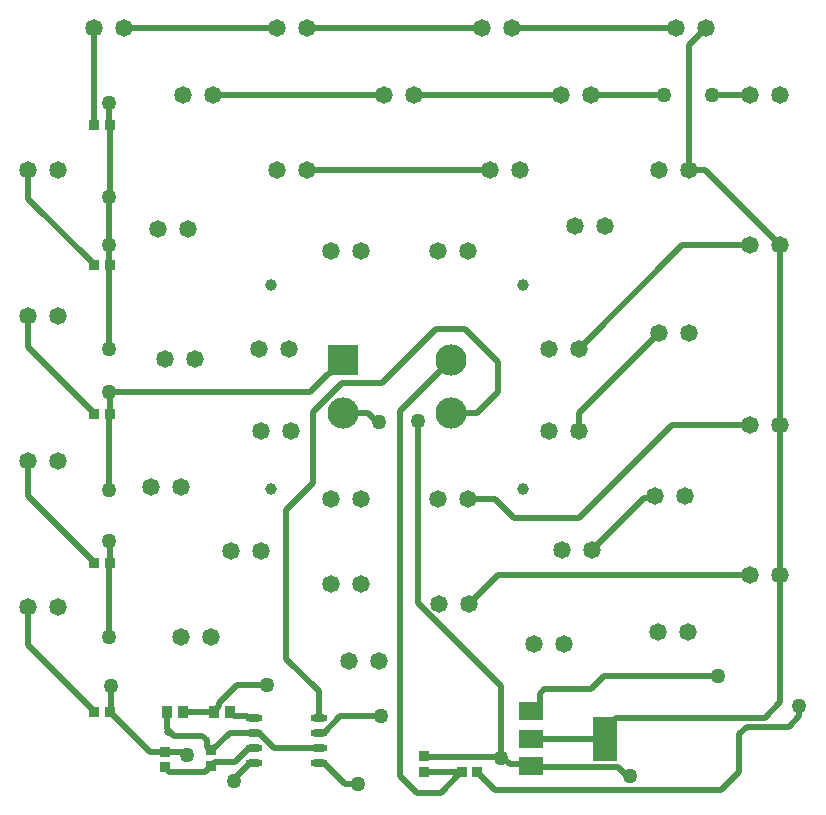
<source format=gtl>
G04*
G04 #@! TF.GenerationSoftware,Altium Limited,Altium Designer,19.1.8 (144)*
G04*
G04 Layer_Physical_Order=1*
G04 Layer_Color=255*
%FSLAX25Y25*%
%MOIN*%
G70*
G01*
G75*
%ADD15R,0.03543X0.03937*%
%ADD16R,0.03740X0.03347*%
%ADD17R,0.03347X0.03740*%
%ADD18R,0.07874X0.14961*%
%ADD19R,0.07874X0.05906*%
%ADD20O,0.05709X0.02362*%
%ADD32C,0.02000*%
%ADD33C,0.05827*%
%ADD34C,0.03937*%
%ADD35C,0.10394*%
%ADD36R,0.10394X0.10394*%
%ADD37C,0.05000*%
D15*
X61343Y29500D02*
D03*
X66658D02*
D03*
X82157D02*
D03*
X76842D02*
D03*
D16*
X147000Y9441D02*
D03*
Y14559D02*
D03*
X76000Y16559D02*
D03*
Y11441D02*
D03*
X60500Y10941D02*
D03*
Y16059D02*
D03*
D17*
X164559Y9500D02*
D03*
X159441D02*
D03*
X42059Y29500D02*
D03*
X36941D02*
D03*
X42059Y79125D02*
D03*
X36941D02*
D03*
X42059Y128750D02*
D03*
X36941D02*
D03*
X42059Y178375D02*
D03*
X36941D02*
D03*
X42059Y225000D02*
D03*
X36941D02*
D03*
D18*
X207303Y20500D02*
D03*
D19*
X182500Y11445D02*
D03*
Y20500D02*
D03*
Y29555D02*
D03*
D20*
X90272Y27500D02*
D03*
Y22500D02*
D03*
Y17500D02*
D03*
Y12500D02*
D03*
X111728Y27500D02*
D03*
Y22500D02*
D03*
Y17500D02*
D03*
Y12500D02*
D03*
D32*
X36970Y257470D02*
X37000Y257500D01*
X36941Y225000D02*
X36970Y225029D01*
Y257470D01*
X214500Y7500D02*
Y8188D01*
X145000Y65551D02*
Y125114D01*
X172346Y14366D02*
X172441Y14272D01*
Y14173D02*
Y38111D01*
X145000Y65551D02*
X172441Y38111D01*
Y14173D02*
X173253D01*
X175563Y11863D01*
X181450D01*
X147193Y14366D02*
X172346D01*
X147000Y14559D02*
X147193Y14366D01*
X77000Y29000D02*
Y29854D01*
X108000Y210000D02*
X169000D01*
X182929Y29000D02*
X185437Y31508D01*
X182000Y29000D02*
X182929D01*
X185437Y31508D02*
Y35437D01*
X187000Y37000D01*
X202500D01*
X207000Y41500D01*
X245000D01*
X272000Y28000D02*
Y30000D01*
X268480Y24480D02*
X272000Y28000D01*
X254480Y24480D02*
X268480D01*
X252000Y22000D02*
X254480Y24480D01*
X252000Y9500D02*
Y22000D01*
X246000Y3500D02*
X252000Y9500D01*
X170362Y3500D02*
X246000D01*
X164559Y9303D02*
X170362Y3500D01*
X164559Y9303D02*
Y9500D01*
X131188Y126000D02*
X132000D01*
X128153Y129035D02*
X131188Y126000D01*
X121035Y129035D02*
X128153D01*
X120500Y128500D02*
X121035Y129035D01*
X110000Y105578D02*
Y129371D01*
X119637Y139008D01*
X133008D01*
X101000Y96578D02*
X110000Y105578D01*
X144614Y125500D02*
X145000Y125114D01*
X144500Y125500D02*
X144614D01*
X118902Y28000D02*
X132500D01*
X113402Y22500D02*
X118902Y28000D01*
X112500Y22500D02*
X113402D01*
X84589Y38500D02*
X94500D01*
X78386Y32297D02*
X84589Y38500D01*
X78386Y31240D02*
Y32297D01*
X77000Y29854D02*
X78386Y31240D01*
X120402Y5500D02*
X124000D01*
X113402Y12500D02*
X120402Y5500D01*
X111728Y12500D02*
X113402D01*
X156000Y129500D02*
X156465Y129035D01*
X101000Y47000D02*
Y96578D01*
X164535Y129035D02*
X171500Y136000D01*
X156465Y129035D02*
X164535D01*
X171500Y136000D02*
Y146000D01*
X160500Y157000D02*
X171500Y146000D01*
X151000Y157000D02*
X160500D01*
X133008Y139008D02*
X151000Y157000D01*
X101000Y47000D02*
X111728Y36272D01*
Y27500D02*
Y36272D01*
X155000Y145807D02*
Y147000D01*
X139000Y8000D02*
Y129807D01*
X155000Y145807D01*
X139000Y8000D02*
X144500Y2500D01*
X152441D01*
X158571Y8630D01*
X158768D01*
X159441Y9303D01*
Y9500D01*
X88730Y27000D02*
X90000D01*
X87698Y28032D02*
X88730Y27000D01*
X83429Y28032D02*
X87698D01*
X82157Y29303D02*
X83429Y28032D01*
X82157Y29303D02*
Y29500D01*
X76319Y16681D02*
X82138Y22500D01*
X76197Y16559D02*
X76319Y16681D01*
X76000Y16559D02*
X76197D01*
X75362Y17000D02*
X76000D01*
X73000Y21500D02*
X74630Y19870D01*
Y17732D02*
Y19870D01*
Y17732D02*
X75362Y17000D01*
X63500Y21500D02*
X73000D01*
X61343Y23658D02*
X63500Y21500D01*
X61343Y23658D02*
Y29500D01*
X76319Y16681D02*
X76500Y16500D01*
X61343Y22658D02*
X61500Y22500D01*
X74000Y9500D02*
X76000Y11500D01*
X61941Y9500D02*
X74000D01*
X60500Y10941D02*
X61941Y9500D01*
X90272Y22500D02*
X91945D01*
X96945Y17500D02*
X111500D01*
X91945Y22500D02*
X96945Y17500D01*
X90272Y12500D02*
X90500D01*
X88967D02*
X90272D01*
X83500Y6500D02*
Y7033D01*
X88967Y12500D01*
X66441Y16059D02*
X68000Y14500D01*
X55362Y16000D02*
X60500D01*
Y16059D02*
X66441D01*
X77173Y12614D02*
X83713D01*
X76000Y11441D02*
X77173Y12614D01*
X90272Y17500D02*
X90500D01*
X88598D02*
X90272D01*
X83713Y12614D02*
X88598Y17500D01*
X76221Y16780D02*
X76319Y16681D01*
X82138Y22500D02*
X90272D01*
X66658Y29500D02*
X76842D01*
X42059Y29303D02*
X55362Y16000D01*
X42059Y29303D02*
Y29500D01*
X254500Y125000D02*
X255000Y125500D01*
X198611Y94000D02*
X229611Y125000D01*
X177008Y94000D02*
X198611D01*
X170508Y100500D02*
X177008Y94000D01*
X42000Y224500D02*
Y232500D01*
X211668Y11020D02*
X214500Y8188D01*
X182925Y11020D02*
X211668D01*
X182500Y11445D02*
X182925Y11020D01*
X161500Y100500D02*
X170508D01*
X42000Y150500D02*
Y184500D01*
X42059Y201059D02*
Y225000D01*
X42000Y184500D02*
X42500Y185000D01*
X42000Y201000D02*
Y201500D01*
Y185000D02*
Y201000D01*
Y136000D02*
X109000D01*
X114858Y141858D01*
X115146D01*
X119500Y146213D01*
Y146500D01*
X158941Y9441D02*
X159000Y9500D01*
X147000Y9441D02*
X158941D01*
X171500Y75000D02*
X255000D01*
X162000Y65500D02*
X171500Y75000D01*
X42000Y201000D02*
X42059Y201059D01*
X42000Y185000D02*
X42059Y184941D01*
X42000Y135000D02*
X42059Y134941D01*
Y128750D02*
Y134941D01*
X42000Y103500D02*
Y128500D01*
Y86500D02*
X42059Y86441D01*
Y79125D02*
Y86441D01*
X42000Y54500D02*
Y79000D01*
X42500Y29941D02*
Y38000D01*
X42059Y29500D02*
X42500Y29941D01*
X14500Y64500D02*
X15000Y64000D01*
Y51638D02*
Y64000D01*
Y51638D02*
X36941Y29697D01*
Y29500D02*
Y29697D01*
X15000Y113000D02*
Y113500D01*
Y101263D02*
Y113000D01*
Y101263D02*
X36941Y79322D01*
Y79125D02*
Y79322D01*
X15000Y161500D02*
Y162000D01*
Y150888D02*
Y161500D01*
Y150888D02*
X36941Y128947D01*
Y128750D02*
Y128947D01*
X14500Y210500D02*
X15000Y210000D01*
Y200513D02*
Y210000D01*
Y200513D02*
X36941Y178572D01*
Y178375D02*
Y178572D01*
X222576Y100576D02*
X224000Y102000D01*
X220076Y100576D02*
X222576D01*
X203000Y83500D02*
X220076Y100576D01*
X229611Y125000D02*
X254500D01*
X225333Y155750D02*
X225500Y155917D01*
X198500Y128917D02*
X225333Y155750D01*
X198500Y123000D02*
Y128917D01*
X225500Y155917D02*
Y156500D01*
X254500Y185000D02*
X255500Y186000D01*
X198500Y150500D02*
X233000Y185000D01*
X254500D01*
X202500Y235000D02*
X227000D01*
X243500D02*
X255500D01*
X182500Y20500D02*
X207303D01*
X260395Y27480D02*
X265500Y32586D01*
X210740Y27480D02*
X260395D01*
X207500Y24240D02*
X210740Y27480D01*
X207500Y21500D02*
Y24240D01*
X265500Y32586D02*
Y75000D01*
X235333Y211167D02*
X236500Y210000D01*
X235000Y211500D02*
X235333Y211167D01*
Y210000D02*
Y211167D01*
Y251833D01*
X241000Y257500D01*
Y258500D01*
X236500Y210000D02*
X240500D01*
X265500Y185000D01*
Y124500D02*
X266000Y125000D01*
X265500D02*
Y185000D01*
Y75000D02*
Y124500D01*
X192500Y235000D02*
X193000D01*
X143500D02*
X192500D01*
X132500D02*
X133000Y235500D01*
X76500Y235000D02*
X132500D01*
X176333Y257500D02*
X231000D01*
X166000D02*
X166500Y258000D01*
X108000Y257500D02*
X166000D01*
X98000D02*
X98500D01*
X47000D02*
X98000D01*
D33*
X115760Y183000D02*
D03*
X125760D02*
D03*
X231000Y257500D02*
D03*
X241000D02*
D03*
X166333D02*
D03*
X176333D02*
D03*
X98000D02*
D03*
X108000D02*
D03*
X188500Y150500D02*
D03*
X198500D02*
D03*
X188500Y123000D02*
D03*
X198500D02*
D03*
X115760Y72000D02*
D03*
X125760D02*
D03*
X122000Y46500D02*
D03*
X132000D02*
D03*
X92500Y123000D02*
D03*
X102500D02*
D03*
X92000Y150500D02*
D03*
X102000D02*
D03*
X76500Y235000D02*
D03*
X66500D02*
D03*
X47000Y257500D02*
D03*
X37000D02*
D03*
X202500Y235000D02*
D03*
X192500D02*
D03*
X265500D02*
D03*
X255500D02*
D03*
X143500D02*
D03*
X133500D02*
D03*
X207167Y191500D02*
D03*
X197167D02*
D03*
X161500Y183000D02*
D03*
X151500D02*
D03*
X68083Y190500D02*
D03*
X58083D02*
D03*
X235333Y210000D02*
D03*
X225333D02*
D03*
X179000D02*
D03*
X169000D02*
D03*
X108000D02*
D03*
X98000D02*
D03*
X25000D02*
D03*
X15000D02*
D03*
X235333Y155750D02*
D03*
X225333D02*
D03*
X70500Y147000D02*
D03*
X60500D02*
D03*
X265500Y185000D02*
D03*
X255500D02*
D03*
X25000Y161500D02*
D03*
X15000D02*
D03*
X234000Y101500D02*
D03*
X224000D02*
D03*
X203000Y83500D02*
D03*
X193000D02*
D03*
X92500Y83000D02*
D03*
X82500D02*
D03*
X66000Y104500D02*
D03*
X56000D02*
D03*
X265500Y125000D02*
D03*
X255500D02*
D03*
X161500Y100500D02*
D03*
X151500D02*
D03*
X125760D02*
D03*
X115760D02*
D03*
X25000Y113000D02*
D03*
X15000D02*
D03*
X235000Y56000D02*
D03*
X225000D02*
D03*
X193500Y52000D02*
D03*
X183500D02*
D03*
X76000Y54500D02*
D03*
X66000D02*
D03*
X265500Y75000D02*
D03*
X255500D02*
D03*
X162000Y65500D02*
D03*
X152000D02*
D03*
X25000Y64500D02*
D03*
X15000D02*
D03*
D34*
X179803Y103740D02*
D03*
X95787D02*
D03*
Y171850D02*
D03*
X179803D02*
D03*
D35*
X119843Y129035D02*
D03*
X155748D02*
D03*
Y146555D02*
D03*
D36*
X119843D02*
D03*
D37*
X172441Y14173D02*
D03*
X245000Y41500D02*
D03*
X272000Y31500D02*
D03*
X132000Y126000D02*
D03*
X145000Y126500D02*
D03*
X132500Y28000D02*
D03*
X94500Y38500D02*
D03*
X125000Y5500D02*
D03*
X83500Y6500D02*
D03*
X68000Y15000D02*
D03*
X42000Y232500D02*
D03*
X215500Y8000D02*
D03*
X42000Y201000D02*
D03*
Y185000D02*
D03*
Y150500D02*
D03*
Y136000D02*
D03*
Y103500D02*
D03*
Y86500D02*
D03*
Y54500D02*
D03*
X42500Y38000D02*
D03*
X243000Y235000D02*
D03*
X227000D02*
D03*
M02*

</source>
